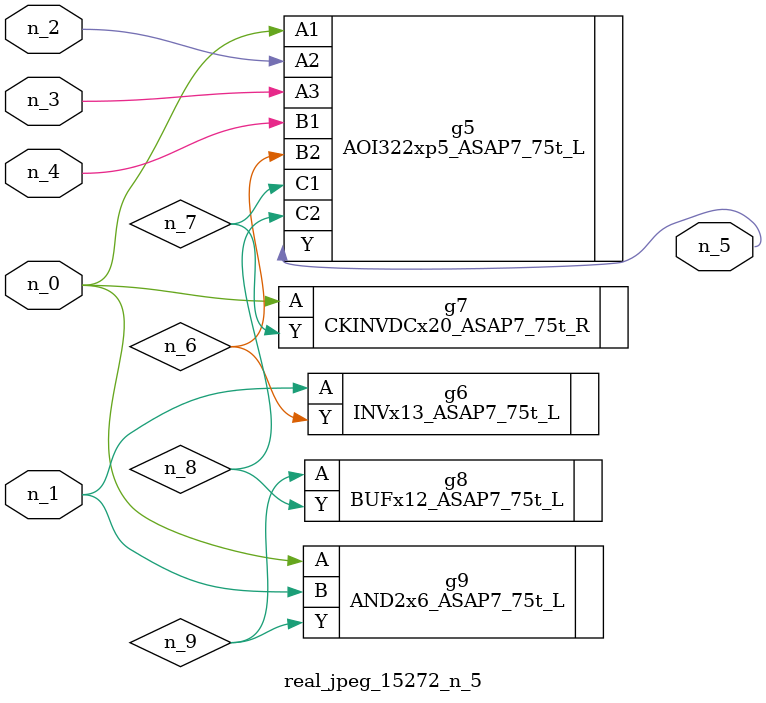
<source format=v>
module real_jpeg_15272_n_5 (n_4, n_0, n_1, n_2, n_3, n_5);

input n_4;
input n_0;
input n_1;
input n_2;
input n_3;

output n_5;

wire n_8;
wire n_6;
wire n_7;
wire n_9;

AOI322xp5_ASAP7_75t_L g5 ( 
.A1(n_0),
.A2(n_2),
.A3(n_3),
.B1(n_4),
.B2(n_6),
.C1(n_7),
.C2(n_8),
.Y(n_5)
);

CKINVDCx20_ASAP7_75t_R g7 ( 
.A(n_0),
.Y(n_7)
);

AND2x6_ASAP7_75t_L g9 ( 
.A(n_0),
.B(n_1),
.Y(n_9)
);

INVx13_ASAP7_75t_L g6 ( 
.A(n_1),
.Y(n_6)
);

BUFx12_ASAP7_75t_L g8 ( 
.A(n_9),
.Y(n_8)
);


endmodule
</source>
